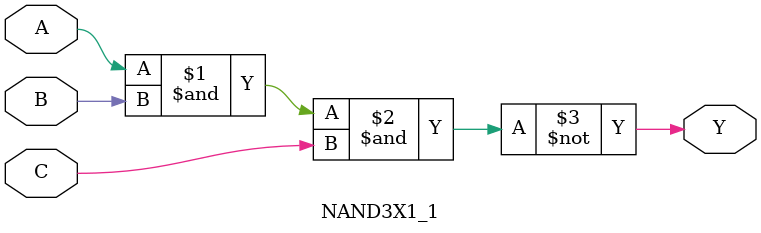
<source format=v>
module NAND3X1_1(A, B, C, Y);
input A, B, C;
output Y;
nand(Y, A, B, C);
endmodule
</source>
